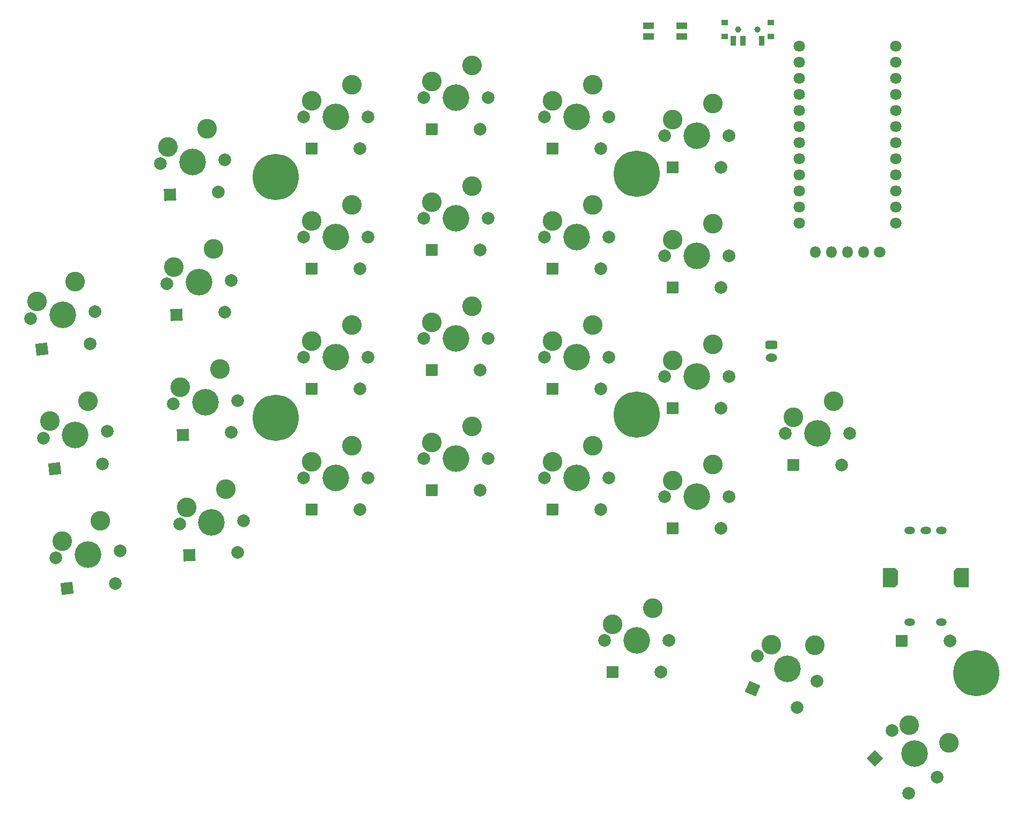
<source format=gbr>
%TF.GenerationSoftware,KiCad,Pcbnew,9.0.0*%
%TF.CreationDate,2025-04-09T21:01:40+02:00*%
%TF.ProjectId,left,6c656674-2e6b-4696-9361-645f70636258,1*%
%TF.SameCoordinates,Original*%
%TF.FileFunction,Soldermask,Top*%
%TF.FilePolarity,Negative*%
%FSLAX46Y46*%
G04 Gerber Fmt 4.6, Leading zero omitted, Abs format (unit mm)*
G04 Created by KiCad (PCBNEW 9.0.0) date 2025-04-09 21:01:40*
%MOMM*%
%LPD*%
G01*
G04 APERTURE LIST*
G04 Aperture macros list*
%AMRoundRect*
0 Rectangle with rounded corners*
0 $1 Rounding radius*
0 $2 $3 $4 $5 $6 $7 $8 $9 X,Y pos of 4 corners*
0 Add a 4 corners polygon primitive as box body*
4,1,4,$2,$3,$4,$5,$6,$7,$8,$9,$2,$3,0*
0 Add four circle primitives for the rounded corners*
1,1,$1+$1,$2,$3*
1,1,$1+$1,$4,$5*
1,1,$1+$1,$6,$7*
1,1,$1+$1,$8,$9*
0 Add four rect primitives between the rounded corners*
20,1,$1+$1,$2,$3,$4,$5,0*
20,1,$1+$1,$4,$5,$6,$7,0*
20,1,$1+$1,$6,$7,$8,$9,0*
20,1,$1+$1,$8,$9,$2,$3,0*%
%AMFreePoly0*
4,1,15,1.095355,1.135355,1.535355,0.695355,1.550000,0.660000,1.550000,-1.100000,1.535355,-1.135355,1.500000,-1.150000,-1.500000,-1.150000,-1.535355,-1.135355,-1.550000,-1.100000,-1.550000,0.660000,-1.535355,0.695355,-1.095355,1.135355,-1.060000,1.150000,1.060000,1.150000,1.095355,1.135355,1.095355,1.135355,$1*%
%AMFreePoly1*
4,1,15,1.535355,1.135355,1.550000,1.100000,1.550000,-0.660000,1.535355,-0.695355,1.095355,-1.135355,1.060000,-1.150000,-1.060000,-1.150000,-1.095355,-1.135355,-1.535355,-0.695355,-1.550000,-0.660000,-1.550000,1.100000,-1.535355,1.135355,-1.500000,1.150000,1.500000,1.150000,1.535355,1.135355,1.535355,1.135355,$1*%
G04 Aperture macros list end*
%ADD10FreePoly0,90.000000*%
%ADD11FreePoly1,90.000000*%
%ADD12O,1.700000X1.200000*%
%ADD13C,7.300000*%
%ADD14RoundRect,0.050000X0.775000X0.500000X-0.775000X0.500000X-0.775000X-0.500000X0.775000X-0.500000X0*%
%ADD15C,1.800000*%
%ADD16O,1.800000X1.800000*%
%ADD17RoundRect,0.050000X0.500000X0.400000X-0.500000X0.400000X-0.500000X-0.400000X0.500000X-0.400000X0*%
%ADD18C,1.000000*%
%ADD19RoundRect,0.050000X0.350000X0.750000X-0.350000X0.750000X-0.350000X-0.750000X0.350000X-0.750000X0*%
%ADD20C,2.000000*%
%ADD21C,3.100000*%
%ADD22C,4.200000*%
%ADD23RoundRect,0.050000X-0.889000X-0.889000X0.889000X-0.889000X0.889000X0.889000X-0.889000X0.889000X0*%
%ADD24C,2.005000*%
%ADD25RoundRect,0.050000X-0.841255X-0.934308X0.934308X-0.841255X0.841255X0.934308X-0.934308X0.841255X0*%
%ADD26RoundRect,0.050000X-1.257044X0.021942X-0.021942X-1.257044X1.257044X-0.021942X0.021942X1.257044X0*%
%ADD27RoundRect,0.050000X-0.791204X-0.977056X0.977056X-0.791204X0.791204X0.977056X-0.977056X0.791204X0*%
%ADD28RoundRect,0.260000X0.665000X-0.390000X0.665000X0.390000X-0.665000X0.390000X-0.665000X-0.390000X0*%
%ADD29O,1.850000X1.300000*%
%ADD30RoundRect,0.050000X-1.165689X-0.470969X0.470969X-1.165689X1.165689X0.470969X-0.470969X1.165689X0*%
G04 APERTURE END LIST*
D10*
%TO.C,RE1*%
X271619986Y-162800002D03*
D11*
X260419986Y-162800002D03*
D12*
X263519986Y-155300002D03*
X266019986Y-155300002D03*
X268519986Y-155300002D03*
X268519986Y-169800002D03*
X263519986Y-169800002D03*
%TD*%
D13*
%TO.C,H3*%
X220419997Y-99000003D03*
%TD*%
%TO.C,H1*%
X163419998Y-99500002D03*
%TD*%
D14*
%TO.C,RST1*%
X227544994Y-75650003D03*
X227544994Y-77350003D03*
X222294994Y-75650003D03*
X222294994Y-77350003D03*
%TD*%
D15*
%TO.C,MCU1*%
X261289995Y-78850002D03*
X261289995Y-81390002D03*
X261289995Y-83930002D03*
X261289993Y-86470002D03*
X261289995Y-89010002D03*
X261289995Y-91550002D03*
X261289995Y-94090002D03*
X261289994Y-96630002D03*
X261289995Y-99170002D03*
X261289995Y-101710002D03*
X261289995Y-104250002D03*
X261289995Y-106789998D03*
X246049996Y-106790002D03*
X246049995Y-104250002D03*
X246049995Y-101710002D03*
X246049995Y-99170002D03*
X246049997Y-96630002D03*
X246049995Y-94090002D03*
X246049995Y-91550002D03*
X246049995Y-89010002D03*
X246049996Y-86470002D03*
X246049995Y-83930002D03*
X246049995Y-81390002D03*
X246049995Y-78850002D03*
%TD*%
D16*
%TO.C,DISP1*%
X248589989Y-111400005D03*
X251129991Y-111400005D03*
X253669991Y-111400005D03*
X256209991Y-111400005D03*
D15*
X258749992Y-111400005D03*
%TD*%
D13*
%TO.C,H5*%
X274019994Y-177800002D03*
%TD*%
D17*
%TO.C,PWR1*%
X234269990Y-77335004D03*
X241569990Y-77335004D03*
D18*
X236419990Y-76225005D03*
X239419990Y-76225004D03*
D17*
X234269990Y-75125004D03*
X241569990Y-75125004D03*
D19*
X240169990Y-77985004D03*
X237169990Y-77985004D03*
X235669990Y-77985004D03*
%TD*%
D13*
%TO.C,H4*%
X220419994Y-136999995D03*
%TD*%
%TO.C,H2*%
X163419988Y-137500004D03*
%TD*%
D20*
%TO.C,S13*%
X186839992Y-124999996D03*
D21*
X188109992Y-122459996D03*
D22*
X191919992Y-124999996D03*
D21*
X194459992Y-119919996D03*
D20*
X196999992Y-124999996D03*
%TD*%
%TO.C,S25*%
X215339996Y-172650005D03*
D21*
X216609996Y-170110005D03*
D22*
X220419996Y-172650005D03*
D21*
X222959996Y-167570005D03*
D20*
X225499996Y-172650005D03*
%TD*%
D23*
%TO.C,D9*%
X169110000Y-133000004D03*
D24*
X176730000Y-133000004D03*
%TD*%
D20*
%TO.C,S3*%
X124759964Y-121843964D03*
D21*
X125757504Y-119185127D03*
D22*
X129812135Y-121312959D03*
D21*
X131807216Y-115995285D03*
D20*
X134864306Y-120781954D03*
%TD*%
D23*
%TO.C,D19*%
X207109994Y-95000008D03*
D24*
X214729994Y-95000008D03*
%TD*%
D23*
%TO.C,D17*%
X207109992Y-132999993D03*
D24*
X214729992Y-132999993D03*
%TD*%
D25*
%TO.C,D4*%
X149768253Y-159228431D03*
D24*
X157377811Y-158829631D03*
%TD*%
D20*
%TO.C,S5*%
X147243927Y-135327784D03*
D21*
X148379253Y-132724798D03*
D22*
X152316965Y-135061917D03*
D21*
X154587617Y-129855946D03*
D20*
X157390003Y-134796050D03*
%TD*%
D23*
%TO.C,D18*%
X207109994Y-113999999D03*
D24*
X214729994Y-113999999D03*
%TD*%
D23*
%TO.C,D21*%
X226109991Y-136000001D03*
D24*
X233729991Y-136000001D03*
%TD*%
D20*
%TO.C,S4*%
X148238311Y-154301748D03*
D21*
X149373637Y-151698762D03*
D22*
X153311349Y-154035881D03*
D21*
X155582001Y-148829910D03*
D20*
X158384387Y-153770014D03*
%TD*%
%TO.C,S27*%
X260744828Y-186917890D03*
D21*
X263454168Y-186067019D03*
D22*
X264273693Y-190572136D03*
D21*
X269692375Y-188870395D03*
D20*
X267802558Y-194226382D03*
%TD*%
%TO.C,S14*%
X186839994Y-106000000D03*
D21*
X188109994Y-103460000D03*
D22*
X191919994Y-106000000D03*
D21*
X194459994Y-100920000D03*
D20*
X196999994Y-106000000D03*
%TD*%
D23*
%TO.C,D13*%
X188109995Y-129999998D03*
D24*
X195729995Y-129999998D03*
%TD*%
D20*
%TO.C,S7*%
X145255163Y-97379872D03*
D21*
X146390489Y-94776886D03*
D22*
X150328201Y-97114005D03*
D21*
X152598853Y-91908034D03*
D20*
X155401239Y-96848138D03*
%TD*%
D23*
%TO.C,D25*%
X216609991Y-177650000D03*
D24*
X224229991Y-177650000D03*
%TD*%
D23*
%TO.C,D8*%
X169109989Y-152000000D03*
D24*
X176729989Y-152000000D03*
%TD*%
D26*
%TO.C,D27*%
X258030348Y-191304739D03*
D24*
X263323644Y-196786109D03*
%TD*%
D23*
%TO.C,D14*%
X188109993Y-111000002D03*
D24*
X195729993Y-111000002D03*
%TD*%
D23*
%TO.C,D24*%
X245109991Y-144999995D03*
D24*
X252729991Y-144999995D03*
%TD*%
D20*
%TO.C,S26*%
X239493828Y-175165090D03*
D21*
X241655326Y-173323236D03*
D22*
X244169993Y-177150004D03*
D21*
X248492989Y-173466296D03*
D20*
X248846158Y-179134918D03*
%TD*%
%TO.C,S20*%
X224839988Y-149999999D03*
D21*
X226109988Y-147459999D03*
D22*
X229919988Y-149999999D03*
D21*
X232459988Y-144919999D03*
D20*
X234999988Y-149999999D03*
%TD*%
D23*
%TO.C,D10*%
X169109997Y-114000004D03*
D24*
X176729997Y-114000004D03*
%TD*%
D23*
%TO.C,D28*%
X262209989Y-172800004D03*
D24*
X269829989Y-172800004D03*
%TD*%
D20*
%TO.C,S15*%
X186839991Y-87000005D03*
D21*
X188109991Y-84460005D03*
D22*
X191919991Y-87000005D03*
D21*
X194459991Y-81920005D03*
D20*
X196999991Y-87000005D03*
%TD*%
D27*
%TO.C,D1*%
X130517739Y-164475653D03*
D24*
X138095993Y-163679149D03*
%TD*%
D20*
%TO.C,S24*%
X243839992Y-140000007D03*
D21*
X245109992Y-137460007D03*
D22*
X248919992Y-140000007D03*
D21*
X251459992Y-134920007D03*
D20*
X253999992Y-140000007D03*
%TD*%
D23*
%TO.C,D11*%
X169109990Y-95000003D03*
D24*
X176729990Y-95000003D03*
%TD*%
D23*
%TO.C,D16*%
X207109991Y-152000008D03*
D24*
X214729991Y-152000008D03*
%TD*%
D25*
%TO.C,D7*%
X146785100Y-102306546D03*
D24*
X154394658Y-101907746D03*
%TD*%
D20*
%TO.C,S18*%
X205839997Y-109000002D03*
D21*
X207109997Y-106460002D03*
D22*
X210919997Y-109000002D03*
D21*
X213459997Y-103920002D03*
D20*
X215999997Y-109000002D03*
%TD*%
D28*
%TO.C,JST1*%
X241669995Y-126050002D03*
D29*
X241669993Y-128050002D03*
%TD*%
D23*
%TO.C,D15*%
X188109988Y-92000009D03*
D24*
X195729988Y-92000009D03*
%TD*%
D20*
%TO.C,S9*%
X167839994Y-128000006D03*
D21*
X169109994Y-125460006D03*
D22*
X172919994Y-128000006D03*
D21*
X175459994Y-122920006D03*
D20*
X177999994Y-128000006D03*
%TD*%
%TO.C,S8*%
X167839993Y-146999999D03*
D21*
X169109993Y-144459999D03*
D22*
X172919993Y-146999999D03*
D21*
X175459993Y-141919999D03*
D20*
X177999993Y-146999999D03*
%TD*%
D23*
%TO.C,D22*%
X226109991Y-117000000D03*
D24*
X233729991Y-117000000D03*
%TD*%
D20*
%TO.C,S10*%
X167839993Y-109000001D03*
D21*
X169109993Y-106460001D03*
D22*
X172919993Y-109000001D03*
D21*
X175459993Y-103920001D03*
D20*
X177999993Y-109000001D03*
%TD*%
%TO.C,S6*%
X146249540Y-116353829D03*
D21*
X147384866Y-113750843D03*
D22*
X151322578Y-116087962D03*
D21*
X153593230Y-110881991D03*
D20*
X156395616Y-115822095D03*
%TD*%
D23*
%TO.C,D23*%
X226109993Y-98000003D03*
D24*
X233729993Y-98000003D03*
%TD*%
D20*
%TO.C,S22*%
X224839994Y-112000001D03*
D21*
X226109994Y-109460001D03*
D22*
X229919994Y-112000001D03*
D21*
X232459994Y-106920001D03*
D20*
X234999994Y-112000001D03*
%TD*%
%TO.C,S21*%
X224839997Y-131000002D03*
D21*
X226109997Y-128460002D03*
D22*
X229919997Y-131000002D03*
D21*
X232459997Y-125920002D03*
D20*
X234999997Y-131000002D03*
%TD*%
%TO.C,S11*%
X167839994Y-90000009D03*
D21*
X169109994Y-87460009D03*
D22*
X172919994Y-90000009D03*
D21*
X175459994Y-84920009D03*
D20*
X177999994Y-90000009D03*
%TD*%
%TO.C,S23*%
X224839989Y-93000004D03*
D21*
X226109989Y-90460004D03*
D22*
X229919989Y-93000004D03*
D21*
X232459989Y-87920004D03*
D20*
X234999989Y-93000004D03*
%TD*%
D27*
%TO.C,D3*%
X126545653Y-126683826D03*
D24*
X134123907Y-125887322D03*
%TD*%
D20*
%TO.C,S2*%
X126746013Y-140739879D03*
D21*
X127743553Y-138081042D03*
D22*
X131798184Y-140208874D03*
D21*
X133793265Y-134891200D03*
D20*
X136850355Y-139677869D03*
%TD*%
D27*
%TO.C,D2*%
X128531698Y-145579741D03*
D24*
X136109952Y-144783237D03*
%TD*%
D23*
%TO.C,D20*%
X226109989Y-155000007D03*
D24*
X233729989Y-155000007D03*
%TD*%
D20*
%TO.C,S16*%
X205839992Y-147000003D03*
D21*
X207109992Y-144460003D03*
D22*
X210919992Y-147000003D03*
D21*
X213459992Y-141920003D03*
D20*
X215999992Y-147000003D03*
%TD*%
%TO.C,S19*%
X205839988Y-90000001D03*
D21*
X207109988Y-87460001D03*
D22*
X210919988Y-90000001D03*
D21*
X213459988Y-84920001D03*
D20*
X215999988Y-90000001D03*
%TD*%
D30*
%TO.C,D26*%
X238709214Y-180263844D03*
D24*
X245723460Y-183241218D03*
%TD*%
D25*
%TO.C,D5*%
X148773869Y-140254467D03*
D24*
X156383427Y-139855667D03*
%TD*%
D23*
%TO.C,D12*%
X188109993Y-148999999D03*
D24*
X195729993Y-148999999D03*
%TD*%
D25*
%TO.C,D6*%
X147779489Y-121280507D03*
D24*
X155389047Y-120881707D03*
%TD*%
D20*
%TO.C,S1*%
X128732049Y-159635792D03*
D21*
X129729589Y-156976955D03*
D22*
X133784220Y-159104787D03*
D21*
X135779301Y-153787113D03*
D20*
X138836391Y-158573782D03*
%TD*%
%TO.C,S12*%
X186839990Y-143999997D03*
D21*
X188109990Y-141459997D03*
D22*
X191919990Y-143999997D03*
D21*
X194459990Y-138919997D03*
D20*
X196999990Y-143999997D03*
%TD*%
%TO.C,S17*%
X205840000Y-128000000D03*
D21*
X207110000Y-125460000D03*
D22*
X210920000Y-128000000D03*
D21*
X213460000Y-122920000D03*
D20*
X216000000Y-128000000D03*
%TD*%
M02*

</source>
